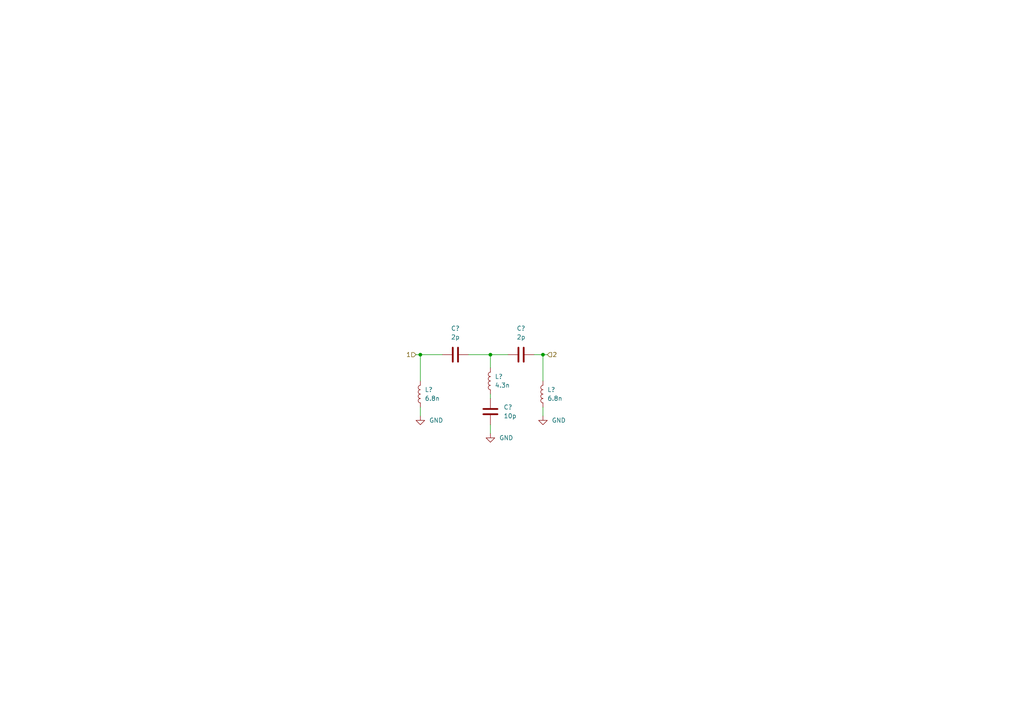
<source format=kicad_sch>
(kicad_sch (version 20211123) (generator eeschema)
  (paper "A4")
  (lib_symbols
    (symbol "Device:C" (pin_numbers hide) (pin_names (offset 0.254))
      (property "Reference" "C" (at 0.635 2.54 0))
      (property "Value" "C" (at 0.635 -2.54 0))
      (symbol "C_0_1"
        (polyline (pts (xy -2.032 -0.762) (xy 2.032 -0.762)) (stroke (width 0.508)))
        (polyline (pts (xy -2.032 0.762) (xy 2.032 0.762)) (stroke (width 0.508)))
      )
      (symbol "C_1_1"
        (pin passive line (at 0 3.81 270) (length 2.794) (name "~") (number "1"))
        (pin passive line (at 0 -3.81 90) (length 2.794) (name "~") (number "2"))
      )
    )
    (symbol "Device:L" (pin_numbers hide) (pin_names (offset 1.016) hide)
      (property "Reference" "L" (at -1.27 0 90))
      (property "Value" "L" (at 1.905 0 90))
      (symbol "L_0_1"
        (arc (start 0 -2.54) (mid 0.635 -1.905) (end 0 -1.27))
        (arc (start 0 -1.27) (mid 0.635 -0.635) (end 0 0))
        (arc (start 0 0) (mid 0.635 0.635) (end 0 1.27))
        (arc (start 0 1.27) (mid 0.635 1.905) (end 0 2.54))
      )
      (symbol "L_1_1"
        (pin passive line (at 0 3.81 270) (length 1.27) (name "1") (number "1"))
        (pin passive line (at 0 -3.81 90) (length 1.27) (name "2") (number "2"))
      )
    )
    (symbol "power:GND" (power) (pin_names (offset 0))
      (property "Value" "GND" (at 0 -3.81 0))
      (symbol "GND_0_1"
        (polyline (pts (xy 0 0) (xy 0 -1.27) (xy 1.27 -1.27) (xy 0 -2.54) (xy -1.27 -1.27) (xy 0 -1.27)))
      )
      (symbol "GND_1_1"
        (pin power_in line (at 0 0 270) (length 0) hide (name "GND") (number "1"))
      )
    )
  )
  (junction (at 157.48 102.87))
  (junction (at 142.24 102.87))
  (junction (at 121.92 102.87))
  (wire (pts (xy 135.89 102.87) (xy 142.24 102.87)))
  (wire (pts (xy 120.65 102.87) (xy 121.92 102.87)))
  (wire (pts (xy 157.48 118.11) (xy 157.48 120.65)))
  (wire (pts (xy 121.92 110.49) (xy 121.92 102.87)))
  (wire (pts (xy 157.48 110.49) (xy 157.48 102.87)))
  (wire (pts (xy 142.24 123.19) (xy 142.24 125.73)))
  (wire (pts (xy 142.24 102.87) (xy 147.32 102.87)))
  (wire (pts (xy 142.24 102.87) (xy 142.24 106.68)))
  (wire (pts (xy 142.24 114.3) (xy 142.24 115.57)))
  (wire (pts (xy 157.48 102.87) (xy 158.75 102.87)))
  (wire (pts (xy 121.92 118.11) (xy 121.92 120.65)))
  (wire (pts (xy 121.92 102.87) (xy 128.27 102.87)))
  (wire (pts (xy 157.48 102.87) (xy 154.94 102.87)))
  (hierarchical_label "2" (shape input) (at 158.75 102.87 0))
  (hierarchical_label "1" (shape input) (at 120.65 102.87 180))
  (symbol (lib_id "Device:C") (at 132.08 102.87 90) (unit 1)
    (property "Reference" "C?" (at 132.08 95.25 90))
    (property "Value" "2p" (at 132.08 97.79 90))
    (property "Footprint" "Capacitor_SMD:C_0402_1005Metric" (effects hide))
    (property "MPN" "GJM1555C1H2R0BB01D" (effects hide))
    (property "LCSC" "C161316" (effects hide))
  )
  (symbol (lib_id "power:GND") (at 142.24 125.73 0) (unit 1)
    (property "Reference" "#PWR?" (effects hide))
    (property "Value" "GND" (at 144.78 126.9999 0) (effects (justify left)))
  )
  (symbol (lib_id "Device:C") (at 151.13 102.87 90) (unit 1)
    (property "Reference" "C?" (at 151.13 95.25 90))
    (property "Value" "2p" (at 151.13 97.79 90))
    (property "Footprint" "Capacitor_SMD:C_0402_1005Metric" (effects hide))
    (property "MPN" "GJM1555C1H2R0BB01D" (effects hide))
    (property "LCSC" "C161316" (effects hide))
  )
  (symbol (lib_id "Device:L") (at 121.92 114.3 180) (unit 1)
    (property "Reference" "L?" (at 123.19 113.0299 0) (effects (justify right)))
    (property "Value" "6.8n" (at 123.19 115.5699 0) (effects (justify right)))
    (property "Footprint" "Inductor_SMD:L_0402_1005Metric" (effects hide))
    (property "MPN" "LQW15AN6N8G80D" (effects hide))
    (property "LCSC" "C882467" (effects hide))
  )
  (symbol (lib_id "power:GND") (at 157.48 120.65 0) (unit 1)
    (property "Reference" "#PWR011" (effects hide))
    (property "Value" "GND" (at 160.02 121.9199 0) (effects (justify left)))
  )
  (symbol (lib_id "Device:L") (at 157.48 114.3 180) (unit 1)
    (property "Reference" "L?" (at 158.75 113.0299 0) (effects (justify right)))
    (property "Value" "6.8n" (at 158.75 115.5699 0) (effects (justify right)))
    (property "Footprint" "Inductor_SMD:L_0402_1005Metric" (effects hide))
    (property "MPN" "LQW15AN6N8G80D" (effects hide))
    (property "LCSC" "C882467" (effects hide))
  )
  (symbol (lib_id "Device:L") (at 142.24 110.49 180) (unit 1)
    (property "Reference" "L?" (at 143.51 109.2199 0) (effects (justify right)))
    (property "Value" "4.3n" (at 143.51 111.7599 0) (effects (justify right)))
    (property "Footprint" "Inductor_SMD:L_0402_1005Metric" (effects hide))
    (property "MPN" "LQW15AN4N3G80D" (effects hide))
    (property "LCSC" "C412333" (effects hide))
  )
  (symbol (lib_id "Device:C") (at 142.24 119.38 180) (unit 1)
    (property "Reference" "C?" (at 146.05 118.1099 0) (effects (justify right)))
    (property "Value" "10p" (at 146.05 120.6499 0) (effects (justify right)))
    (property "Footprint" "Capacitor_SMD:C_0402_1005Metric" (effects hide))
    (property "MPN" "GJM1555C1H100FB01D" (effects hide))
    (property "LCSC" "C782046" (effects hide))
  )
  (symbol (lib_id "power:GND") (at 121.92 120.65 0) (unit 1)
    (property "Reference" "#PWR09" (effects hide))
    (property "Value" "GND" (at 124.46 121.9199 0) (effects (justify left)))
  )
)
</source>
